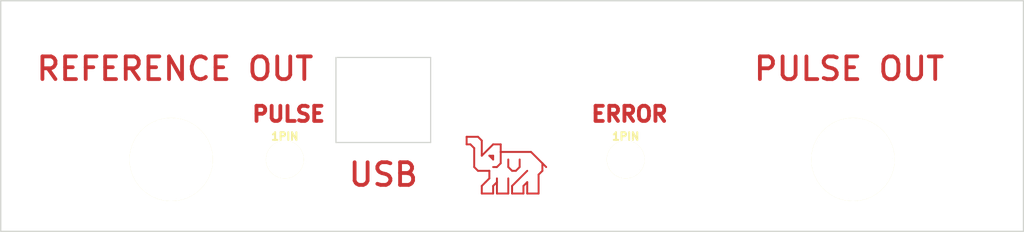
<source format=kicad_pcb>
(kicad_pcb (version 20171130) (host pcbnew 5.0.0)

  (general
    (thickness 1.6)
    (drawings 35)
    (tracks 47)
    (zones 0)
    (modules 4)
    (nets 1)
  )

  (page A4)
  (layers
    (0 F.Cu signal)
    (31 B.Cu signal)
    (32 B.Adhes user)
    (33 F.Adhes user)
    (34 B.Paste user)
    (35 F.Paste user)
    (36 B.SilkS user)
    (37 F.SilkS user)
    (38 B.Mask user)
    (39 F.Mask user)
    (40 Dwgs.User user)
    (41 Cmts.User user)
    (42 Eco1.User user)
    (43 Eco2.User user)
    (44 Edge.Cuts user)
  )

  (setup
    (last_trace_width 0.254)
    (trace_clearance 0.254)
    (zone_clearance 0.508)
    (zone_45_only no)
    (trace_min 0.254)
    (segment_width 0.2)
    (edge_width 0.15)
    (via_size 1)
    (via_drill 0.5)
    (via_min_size 0.889)
    (via_min_drill 0.5)
    (uvia_size 0.508)
    (uvia_drill 0.127)
    (uvias_allowed no)
    (uvia_min_size 0.508)
    (uvia_min_drill 0.127)
    (pcb_text_width 0.3)
    (pcb_text_size 1.5 1.5)
    (mod_edge_width 0.15)
    (mod_text_size 1.5 1.5)
    (mod_text_width 0.15)
    (pad_size 11 11)
    (pad_drill 11)
    (pad_to_mask_clearance 0.2)
    (aux_axis_origin 0 0)
    (visible_elements FFFFFFBF)
    (pcbplotparams
      (layerselection 0x00030_ffffffff)
      (usegerberextensions true)
      (usegerberattributes false)
      (usegerberadvancedattributes false)
      (creategerberjobfile false)
      (excludeedgelayer true)
      (linewidth 0.150000)
      (plotframeref false)
      (viasonmask false)
      (mode 1)
      (useauxorigin false)
      (hpglpennumber 1)
      (hpglpenspeed 20)
      (hpglpendiameter 15.000000)
      (psnegative false)
      (psa4output false)
      (plotreference true)
      (plotvalue true)
      (plotinvisibletext false)
      (padsonsilk false)
      (subtractmaskfromsilk false)
      (outputformat 1)
      (mirror false)
      (drillshape 1)
      (scaleselection 1)
      (outputdirectory ""))
  )

  (net 0 "")

  (net_class Default "Это класс цепей по умолчанию."
    (clearance 0.254)
    (trace_width 0.254)
    (via_dia 1)
    (via_drill 0.5)
    (uvia_dia 0.508)
    (uvia_drill 0.127)
  )

  (module 1pin (layer F.Cu) (tedit 55293F84) (tstamp 55293DEF)
    (at 87.5 71)
    (descr "module 1 pin (ou trou mecanique de percage)")
    (tags DEV)
    (path 1pin)
    (fp_text reference 1PIN (at 0 -3.048) (layer F.SilkS)
      (effects (font (size 1.016 1.016) (thickness 0.254)))
    )
    (fp_text value P*** (at 0 2.794) (layer F.SilkS) hide
      (effects (font (size 1.016 1.016) (thickness 0.254)))
    )
    (fp_circle (center 0 0) (end 0 -2.286) (layer F.SilkS) (width 0.381))
    (pad "" np_thru_hole circle (at 0 0) (size 11 11) (drill 11) (layers *.Cu *.Mask F.SilkS))
  )

  (module 1pin (layer F.Cu) (tedit 55293F7B) (tstamp 55293E1C)
    (at 177.5 71)
    (descr "module 1 pin (ou trou mecanique de percage)")
    (tags DEV)
    (path 1pin)
    (fp_text reference 1PIN (at 0 -3.048) (layer F.SilkS)
      (effects (font (size 1.016 1.016) (thickness 0.254)))
    )
    (fp_text value P*** (at 0 2.794) (layer F.SilkS) hide
      (effects (font (size 1.016 1.016) (thickness 0.254)))
    )
    (fp_circle (center 0 0) (end 0 -2.286) (layer F.SilkS) (width 0.381))
    (pad "" np_thru_hole circle (at 0 0) (size 11 11) (drill 11) (layers *.Cu *.Mask F.SilkS))
  )

  (module 1pin (layer F.Cu) (tedit 55293EE9) (tstamp 55293ECC)
    (at 102.5 71)
    (descr "module 1 pin (ou trou mecanique de percage)")
    (tags DEV)
    (path 1pin)
    (fp_text reference 1PIN (at 0 -3.048) (layer F.SilkS)
      (effects (font (size 1.016 1.016) (thickness 0.254)))
    )
    (fp_text value P*** (at 0 2.794) (layer F.SilkS) hide
      (effects (font (size 1.016 1.016) (thickness 0.254)))
    )
    (fp_circle (center 0 0) (end 0 -2.286) (layer F.SilkS) (width 0.381))
    (pad "" np_thru_hole circle (at 0 0) (size 5 5) (drill 5) (layers *.Cu *.Mask F.SilkS))
  )

  (module 1pin (layer F.Cu) (tedit 55293F13) (tstamp 55293EDB)
    (at 147.5 71)
    (descr "module 1 pin (ou trou mecanique de percage)")
    (tags DEV)
    (path 1pin)
    (fp_text reference 1PIN (at 0 -3.048) (layer F.SilkS)
      (effects (font (size 1.016 1.016) (thickness 0.254)))
    )
    (fp_text value P*** (at 0 2.794) (layer F.SilkS) hide
      (effects (font (size 1.016 1.016) (thickness 0.254)))
    )
    (fp_circle (center 0 0) (end 0 -2.286) (layer F.SilkS) (width 0.381))
    (pad "" np_thru_hole circle (at 0 0) (size 5 5) (drill 5) (layers *.Cu *.Mask F.SilkS))
  )

  (gr_text "FACE FOR GAINTA G706 CASE" (at 155 75) (layer Dwgs.User)
    (effects (font (size 1.5 1.5) (thickness 0.3)))
  )
  (gr_text USB (at 115.5 73) (layer F.Cu)
    (effects (font (size 3 3) (thickness 0.5)))
  )
  (gr_text PULSE (at 103 65) (layer F.Cu)
    (effects (font (size 2 2) (thickness 0.5)))
  )
  (gr_text ERROR (at 148 65) (layer F.Cu)
    (effects (font (size 2 2) (thickness 0.5)))
  )
  (gr_text "PULSE OUT" (at 177 59) (layer F.Cu)
    (effects (font (size 3 3) (thickness 0.5)))
  )
  (gr_text "REFERENCE OUT" (at 88 59) (layer F.Cu)
    (effects (font (size 3 3) (thickness 0.5)))
  )
  (gr_line (start 65 80.5) (end 65 50) (angle 90) (layer Dwgs.User) (width 0.2))
  (gr_line (start 200 80.5) (end 65 80.5) (angle 90) (layer Dwgs.User) (width 0.2))
  (gr_line (start 200 50) (end 200 80.5) (angle 90) (layer Dwgs.User) (width 0.2))
  (gr_line (start 65 50) (end 200 50) (angle 90) (layer Dwgs.User) (width 0.2))
  (gr_line (start 171.5 71) (end 183.5 71) (angle 90) (layer Dwgs.User) (width 0.2))
  (gr_line (start 177.5 65) (end 177.5 77) (angle 90) (layer Dwgs.User) (width 0.2))
  (gr_line (start 144.5 71) (end 150.5 71) (angle 90) (layer Dwgs.User) (width 0.2))
  (gr_line (start 147.5 68) (end 147.5 74) (angle 90) (layer Dwgs.User) (width 0.2))
  (gr_line (start 87.5 65) (end 87.5 77) (angle 90) (layer Dwgs.User) (width 0.2))
  (gr_line (start 81.5 71) (end 93.5 71) (angle 90) (layer Dwgs.User) (width 0.2))
  (gr_line (start 102.5 68) (end 102.5 74) (angle 90) (layer Dwgs.User) (width 0.2))
  (gr_line (start 99.5 71) (end 105.5 71) (angle 90) (layer Dwgs.User) (width 0.2))
  (gr_line (start 115.5 69) (end 115.5 57.5) (angle 90) (layer Dwgs.User) (width 0.2))
  (gr_line (start 109 63.25) (end 122 63.25) (angle 90) (layer Dwgs.User) (width 0.2))
  (gr_line (start 109.25 68.75) (end 109.25 57.5) (angle 90) (layer Edge.Cuts) (width 0.15))
  (gr_line (start 121.75 68.75) (end 109.25 68.75) (angle 90) (layer Edge.Cuts) (width 0.15))
  (gr_line (start 121.75 57.5) (end 121.75 68.75) (angle 90) (layer Edge.Cuts) (width 0.15))
  (gr_line (start 109.25 57.5) (end 121.75 57.5) (angle 90) (layer Edge.Cuts) (width 0.15))
  (gr_line (start 122 69) (end 122 57.5) (angle 90) (layer Dwgs.User) (width 0.2))
  (gr_line (start 109 69) (end 109 57.5) (angle 90) (layer Dwgs.User) (width 0.2))
  (gr_line (start 109 69) (end 122 69) (angle 90) (layer Dwgs.User) (width 0.2))
  (gr_line (start 187.5 56) (end 187.5 57.5) (angle 90) (layer Dwgs.User) (width 0.2))
  (gr_line (start 77.5 56) (end 77.5 57.5) (angle 90) (layer Dwgs.User) (width 0.2))
  (gr_line (start 77.5 56) (end 187.5 56) (angle 90) (layer Dwgs.User) (width 0.2))
  (gr_line (start 187.5 57.5) (end 77.5 57.5) (angle 90) (layer Dwgs.User) (width 0.2))
  (gr_line (start 65 50) (end 200 50) (angle 90) (layer Edge.Cuts) (width 0.15))
  (gr_line (start 65 80.5) (end 65 50) (angle 90) (layer Edge.Cuts) (width 0.15))
  (gr_line (start 200 80.5) (end 65 80.5) (angle 90) (layer Edge.Cuts) (width 0.15))
  (gr_line (start 200 50) (end 200 80.5) (angle 90) (layer Edge.Cuts) (width 0.15))

  (segment (start 129.5 70.5) (end 130 71) (width 0.254) (layer F.Cu) (net 0))
  (segment (start 130 70.5) (end 129.5 70.5) (width 0.254) (layer F.Cu) (net 0) (tstamp 56CCBDD2))
  (segment (start 130 71) (end 130 70.5) (width 0.254) (layer F.Cu) (net 0) (tstamp 56CCBDD1))
  (segment (start 134.5 75.5) (end 134.5 74) (width 0.254) (layer F.Cu) (net 0))
  (segment (start 136.5 72.5) (end 136 73) (width 0.254) (layer F.Cu) (net 0) (tstamp 56CCBD67))
  (segment (start 136 73) (end 136 75.5) (width 0.254) (layer F.Cu) (net 0) (tstamp 56CCBD68))
  (segment (start 136 75.5) (end 134.5 75.5) (width 0.254) (layer F.Cu) (net 0) (tstamp 56CCBD69))
  (segment (start 136.5 71.5) (end 136.5 72.5) (width 0.254) (layer F.Cu) (net 0))
  (segment (start 134 74.5) (end 134.5 74) (width 0.254) (layer F.Cu) (net 0) (tstamp 56CCBD9B))
  (segment (start 134 75.5) (end 132.5 75.5) (width 0.254) (layer F.Cu) (net 0))
  (segment (start 132.5 74.5) (end 134.5 72.5) (width 0.254) (layer F.Cu) (net 0) (tstamp 56CCBD87))
  (segment (start 132.5 75.5) (end 132.5 74.5) (width 0.254) (layer F.Cu) (net 0) (tstamp 56CCBD85))
  (segment (start 134 75.5) (end 134 74.5) (width 0.254) (layer F.Cu) (net 0))
  (segment (start 130.5 74) (end 130 74.5) (width 0.254) (layer F.Cu) (net 0))
  (segment (start 126.5 69) (end 126.5 68) (width 0.254) (layer F.Cu) (net 0))
  (segment (start 131 69) (end 131 70) (width 0.254) (layer F.Cu) (net 0) (tstamp 56CCBCCA))
  (segment (start 130 69) (end 131 69) (width 0.254) (layer F.Cu) (net 0) (tstamp 56CCBCC1))
  (segment (start 128.5 70.5) (end 130 69) (width 0.254) (layer F.Cu) (net 0) (tstamp 56CCBCBF))
  (segment (start 128.5 68.5) (end 128.5 70.5) (width 0.254) (layer F.Cu) (net 0) (tstamp 56CCBCBE))
  (segment (start 128 68) (end 128.5 68.5) (width 0.254) (layer F.Cu) (net 0) (tstamp 56CCBCBD))
  (segment (start 126.5 68) (end 128 68) (width 0.254) (layer F.Cu) (net 0) (tstamp 56CCBCBC))
  (segment (start 126.5 69) (end 127 69) (width 0.254) (layer F.Cu) (net 0))
  (segment (start 127 69) (end 127.5 69.5) (width 0.254) (layer F.Cu) (net 0) (tstamp 56CCBCEF))
  (segment (start 127.5 69.5) (end 127.5 72) (width 0.254) (layer F.Cu) (net 0) (tstamp 56CCBCF0))
  (segment (start 127.5 72) (end 128 72.5) (width 0.254) (layer F.Cu) (net 0) (tstamp 56CCBCF1))
  (segment (start 128 72.5) (end 129.5 72.5) (width 0.254) (layer F.Cu) (net 0) (tstamp 56CCBCF2))
  (segment (start 129.5 73.5) (end 129.5 72.5) (width 0.254) (layer F.Cu) (net 0) (tstamp 56CCBD4B))
  (segment (start 129 74) (end 129.5 73.5) (width 0.254) (layer F.Cu) (net 0) (tstamp 56CCBD48))
  (segment (start 128.5 74.5) (end 129 74) (width 0.254) (layer F.Cu) (net 0) (tstamp 56CCBD41))
  (segment (start 128.5 75.5) (end 128.5 74.5) (width 0.254) (layer F.Cu) (net 0) (tstamp 56CCBD3E))
  (segment (start 130 75.5) (end 128.5 75.5) (width 0.254) (layer F.Cu) (net 0) (tstamp 56CCBD3D))
  (segment (start 130 74.5) (end 130 75.5) (width 0.254) (layer F.Cu) (net 0) (tstamp 56CCBD36))
  (segment (start 130.5 73.5) (end 130.5 74) (width 0.254) (layer F.Cu) (net 0))
  (segment (start 130.5 74) (end 130.5 75.5) (width 0.254) (layer F.Cu) (net 0) (tstamp 56CCBD34))
  (segment (start 132 75.5) (end 132 73.5) (width 0.254) (layer F.Cu) (net 0) (tstamp 56CCBD2E))
  (segment (start 130.5 75.5) (end 132 75.5) (width 0.254) (layer F.Cu) (net 0) (tstamp 56CCBD2C))
  (segment (start 132 71) (end 132 72) (width 0.254) (layer F.Cu) (net 0))
  (segment (start 133.5 72) (end 133.5 71) (width 0.254) (layer F.Cu) (net 0) (tstamp 56CCBCE4))
  (segment (start 133 72.5) (end 133.5 72) (width 0.254) (layer F.Cu) (net 0) (tstamp 56CCBCE3))
  (segment (start 132.5 72.5) (end 133 72.5) (width 0.254) (layer F.Cu) (net 0) (tstamp 56CCBCE2))
  (segment (start 132 72) (end 132.5 72.5) (width 0.254) (layer F.Cu) (net 0) (tstamp 56CCBCE1))
  (segment (start 131 70) (end 135 70) (width 0.254) (layer F.Cu) (net 0))
  (segment (start 135 70) (end 136.5 71.5) (width 0.254) (layer F.Cu) (net 0) (tstamp 56CCBCD6))
  (segment (start 136.5 71.5) (end 137 72) (width 0.254) (layer F.Cu) (net 0) (tstamp 56CCBD65))
  (segment (start 130.5 72) (end 130 72) (width 0.254) (layer F.Cu) (net 0) (tstamp 56CCBCCD))
  (segment (start 131 70) (end 131 71.5) (width 0.254) (layer F.Cu) (net 0) (tstamp 56CCBCD4))
  (segment (start 131 71.5) (end 130.5 72) (width 0.254) (layer F.Cu) (net 0) (tstamp 56CCBCCB))

)

</source>
